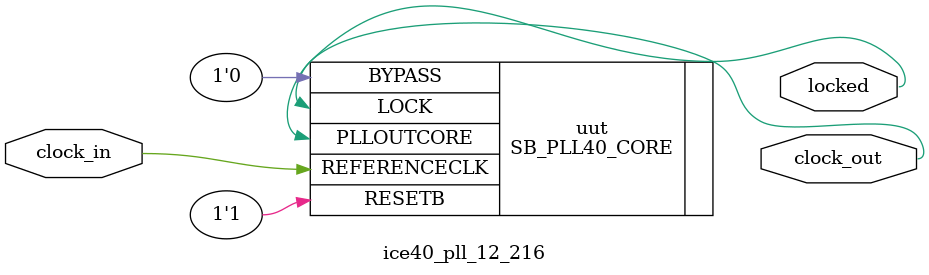
<source format=v>
/**
 * PLL configuration
 *
 * This Verilog module was generated automatically
 * using the icepll tool from the IceStorm project.
 * Use at your own risk.
 *
 * Given input frequency:        12.000 MHz
 * Requested output frequency:  216.000 MHz
 * Achieved output frequency:   216.000 MHz
 */

module ice40_pll_12_216(
	input  clock_in,
	output clock_out,
	output locked
	);

SB_PLL40_CORE #(
		.FEEDBACK_PATH("SIMPLE"),
		.DIVR(4'b0000),		// DIVR =  0
		.DIVF(7'b1000111),	// DIVF = 71
		.DIVQ(3'b010),		// DIVQ =  2
		.FILTER_RANGE(3'b001)	// FILTER_RANGE = 1
	) uut (
		.LOCK(locked),
		.RESETB(1'b1),
		.BYPASS(1'b0),
		.REFERENCECLK(clock_in),
		.PLLOUTCORE(clock_out)
		);

endmodule

</source>
